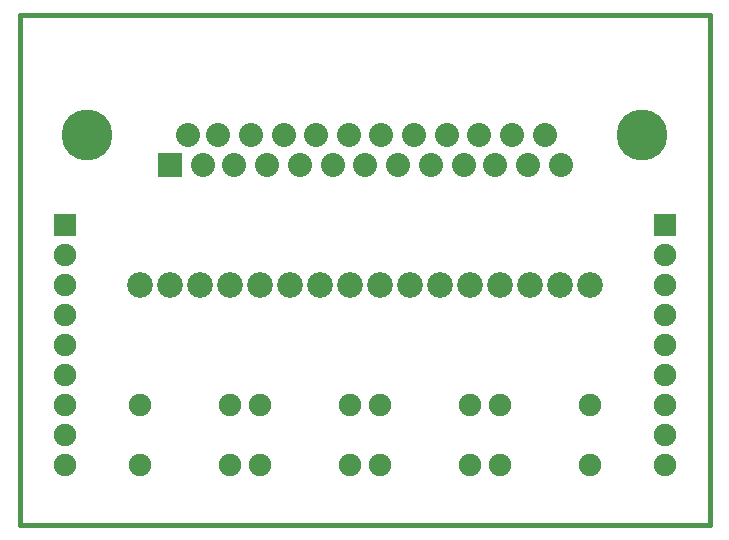
<source format=gts>
G04 (created by PCBNEW-RS274X (2012-01-19 BZR 3256)-stable) date Sun 11 Nov 2012 10:50:56 AM CET*
G01*
G70*
G90*
%MOIN*%
G04 Gerber Fmt 3.4, Leading zero omitted, Abs format*
%FSLAX34Y34*%
G04 APERTURE LIST*
%ADD10C,0.006000*%
%ADD11C,0.015000*%
%ADD12C,0.075000*%
%ADD13C,0.086000*%
%ADD14C,0.170000*%
%ADD15R,0.080000X0.080000*%
%ADD16C,0.080000*%
%ADD17R,0.075000X0.075000*%
G04 APERTURE END LIST*
G54D10*
G54D11*
X69500Y-34000D02*
X69500Y-51000D01*
X46500Y-34000D02*
X69500Y-34000D01*
X46500Y-51000D02*
X46500Y-34000D01*
X46500Y-51000D02*
X69500Y-51000D01*
G54D12*
X50500Y-49000D03*
X50500Y-47000D03*
X53500Y-49000D03*
X53500Y-47000D03*
X54500Y-49000D03*
X54500Y-47000D03*
X57500Y-49000D03*
X57500Y-47000D03*
X58500Y-49000D03*
X58500Y-47000D03*
X61500Y-49000D03*
X61500Y-47000D03*
G54D13*
X51500Y-43000D03*
X50500Y-43000D03*
X53500Y-43000D03*
X52500Y-43000D03*
X55500Y-43000D03*
X54500Y-43000D03*
X57500Y-43000D03*
X56500Y-43000D03*
X59500Y-43000D03*
X58500Y-43000D03*
X61500Y-43000D03*
X60500Y-43000D03*
X63500Y-43000D03*
X62500Y-43000D03*
X65500Y-43000D03*
X64500Y-43000D03*
G54D14*
X67250Y-38000D03*
X48750Y-38000D03*
G54D15*
X51500Y-39000D03*
G54D16*
X52600Y-39000D03*
X53650Y-39000D03*
X54750Y-39000D03*
X55850Y-39000D03*
X56950Y-39000D03*
X58000Y-39000D03*
X59100Y-39000D03*
X60200Y-39000D03*
X61300Y-39000D03*
X62350Y-39000D03*
X63450Y-39000D03*
X64550Y-39000D03*
X52120Y-38000D03*
X53120Y-38000D03*
X54220Y-38000D03*
X55300Y-38000D03*
X56380Y-38000D03*
X57480Y-38000D03*
X58560Y-38000D03*
X59640Y-38000D03*
X60760Y-38000D03*
X61820Y-38000D03*
X62900Y-38000D03*
X64000Y-38000D03*
G54D17*
X48000Y-41000D03*
G54D12*
X48000Y-42000D03*
X48000Y-43000D03*
X48000Y-44000D03*
X48000Y-45000D03*
X48000Y-46000D03*
X48000Y-47000D03*
X48000Y-48000D03*
X48000Y-49000D03*
X65500Y-47000D03*
X65500Y-49000D03*
X62500Y-47000D03*
X62500Y-49000D03*
G54D17*
X68000Y-41000D03*
G54D12*
X68000Y-42000D03*
X68000Y-43000D03*
X68000Y-44000D03*
X68000Y-45000D03*
X68000Y-46000D03*
X68000Y-47000D03*
X68000Y-48000D03*
X68000Y-49000D03*
M02*

</source>
